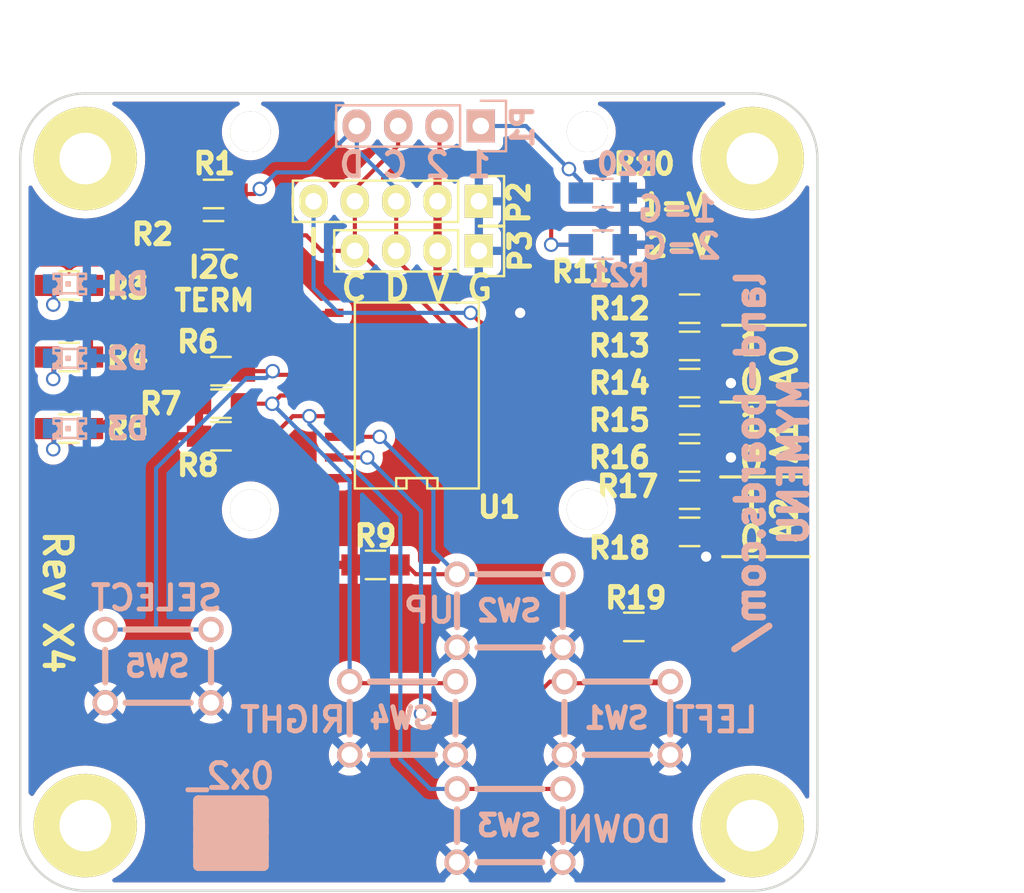
<source format=kicad_pcb>
(kicad_pcb (version 20211014) (generator pcbnew)
  (layers (0 "F.Cu" signal) (31 "B.Cu" signal) (36 "B.SilkS" user "B.Silkscreen") (37 "F.SilkS" user "F.Silkscreen") (38 "B.Mask" user) (39 "F.Mask" user) (44 "Edge.Cuts" user))
  (net 0 "")
  (net 1 "/A0")
  (net 2 "/A1")
  (net 3 "/A2")
  (net 4 "/GND")
  (net 5 "/SCL")
  (net 6 "/SDA")
  (net 7 "/VCC")
  (net 8 "Net-(D1-Pad1)")
  (net 9 "Net-(D2-Pad1)")
  (net 10 "Net-(D3-Pad1)")
  (net 11 "Net-(R12-Pad2)")
  (net 12 "Net-(R3-Pad1)")
  (net 13 "Net-(R4-Pad1)")
  (net 14 "Net-(R5-Pad1)")
  (net 15 "Net-(R6-Pad2)")
  (net 16 "Net-(R7-Pad2)")
  (net 17 "Net-(R8-Pad2)")
  (net 18 "Net-(R9-Pad2)")
  (net 19 "Net-(R19-Pad2)")
  (net 20 "Net-(P1-Pad1)")
  (net 21 "Net-(P1-Pad2)")
  (net 30 "/INT*")
  (footprint "MTG-4-40" (layer "F.Cu") (at 45 45)
    (fp_text reference "MTG4" hide)
    (fp_text value "CONN_1" hide)
    (pad "1" thru_hole circle locked (at 0 0) (size 6.35 6.35) (drill 3.175) (layers *.Cu *.Mask "F.SilkS"))
  )
  (footprint "MTG-4-40" (layer "F.Cu") (at 4 45)
    (fp_text reference "MTG3" hide)
    (fp_text value "CONN_1" hide)
    (pad "1" thru_hole circle locked (at 0 0) (size 6.35 6.35) (drill 3.175) (layers *.Cu *.Mask "F.SilkS"))
  )
  (footprint "MTG-4-40" (layer "F.Cu") (at 44 5)
    (fp_text reference "MTG2" hide)
    (fp_text value "CONN_1" hide)
    (pad "1" thru_hole circle locked (at 1 -1) (size 6.35 6.35) (drill 3.175) (layers *.Cu *.Mask "F.SilkS"))
  )
  (footprint "MTG-4-40" (layer "F.Cu") (at 4 4)
    (fp_text reference "MTG1" hide)
    (fp_text value "CONN_1" hide)
    (pad "1" thru_hole circle locked (at 0 0) (size 6.35 6.35) (drill 3.175) (layers *.Cu *.Mask "F.SilkS"))
  )
  (footprint "MTG-2.5MM" (layer "F.Cu") (at 34.85 26.55)
    (fp_text reference "MTG5" hide)
    (fp_text value "CONN_1" hide)
    (pad "1" thru_hole circle locked (at 0 -1) (size 2.5 2.5) (drill 2.49936) (layers *.Cu *.Mask "F.SilkS"))
  )
  (footprint "MTG-2.5MM" (layer "F.Cu") (at 14.15 26.6)
    (fp_text reference "MTG6" hide)
    (fp_text value "CONN_1" hide)
    (pad "1" thru_hole circle locked (at 0 -1) (size 2.5 2.5) (drill 2.49936) (layers *.Cu *.Mask "F.SilkS"))
  )
  (footprint "MTG-2.5MM" (layer "F.Cu") (at 34.85 3.55)
    (fp_text reference "MTG7" hide)
    (fp_text value "CONN_1" hide)
    (pad "1" thru_hole circle locked (at 0 -1.2) (size 2.5 2.5) (drill 2.49936) (layers *.Cu *.Mask "F.SilkS"))
  )
  (footprint "MTG-2.5MM" (layer "F.Cu") (at 14.15 3.55)
    (fp_text reference "MTG8" hide)
    (fp_text value "CONN_1" hide)
    (pad "1" thru_hole circle locked (at 0 -1.2) (size 2.5 2.5) (drill 2.49936) (layers *.Cu *.Mask "F.SilkS"))
  )
  (footprint "Resistors_SMD:R_0805_HandSoldering" (layer "F.Cu") (at 35.81 6.12 180)
    (fp_text reference "R10" (at -2.54 1.778 180) (layer "F.SilkS") (effects (font (size 1.27 1.27) (thickness 0.381))))
    (fp_text value "0/OP" hide)
    (pad "1" smd rect locked (at -1.35 0 180) (size 1.5 1.3) (layers "F.Cu" "F.Mask") (net 7 "/VCC"))
    (pad "2" smd rect locked (at 1.35 0 180) (size 1.5 1.3) (layers "F.Cu" "F.Mask") (net 20 "Net-(P1-Pad1)"))
  )
  (footprint "Resistors_SMD:R_0805_HandSoldering" (layer "F.Cu") (at 35.81 9.295 180)
    (fp_text reference "R11" (at 1.27 -1.651 180) (layer "F.SilkS") (effects (font (size 1.27 1.27) (thickness 0.381))))
    (fp_text value "0/OP" hide)
    (pad "1" smd rect locked (at -1.35 0 180) (size 1.5 1.3) (layers "F.Cu" "F.Mask") (net 7 "/VCC"))
    (pad "2" smd rect locked (at 1.35 0 180) (size 1.5 1.3) (layers "F.Cu" "F.Mask") (net 21 "Net-(P1-Pad2)"))
  )
  (footprint "Pin_Headers:Pin_Header_Straight_1x05" (layer "F.Cu") (at 28.19 6.628 -90)
    (fp_text reference "P2" (at 0.082 -2.45 -90) (layer "F.SilkS") (effects (font (size 1.27 1.27) (thickness 0.381))))
    (fp_text value "CONN_5" hide)
    (pad "1" thru_hole rect locked (at 0 0 270) (size 2.032 1.7272) (drill 1.016) (layers *.Cu *.Mask "F.SilkS") (net 4 "/GND"))
    (pad "2" thru_hole oval locked (at 0 2.54 270) (size 2.032 1.7272) (drill 1.016) (layers *.Cu *.Mask "F.SilkS") (net 7 "/VCC"))
    (pad "3" thru_hole oval locked (at 0 5.08 270) (size 2.032 1.7272) (drill 1.016) (layers *.Cu *.Mask "F.SilkS") (net 6 "/SDA"))
    (pad "4" thru_hole oval locked (at 0 7.62 270) (size 2.032 1.7272) (drill 1.016) (layers *.Cu *.Mask "F.SilkS") (net 5 "/SCL"))
    (pad "5" thru_hole oval locked (at 0 10.16 270) (size 2.032 1.7272) (drill 1.016) (layers *.Cu *.Mask "F.SilkS") (net 30 "/INT*"))
  )
  (footprint "Resistors_SMD:R_0805_HandSoldering" (layer "F.Cu") (at 41.144 13.232 180)
    (fp_text reference "R12" (at 4.314 0 180) (layer "F.SilkS") (effects (font (size 1.27 1.27) (thickness 0.381))))
    (fp_text value "10K" hide)
    (pad "1" smd rect locked (at -1.35 0 180) (size 1.5 1.3) (layers "F.Cu" "F.Mask") (net 7 "/VCC"))
    (pad "2" smd rect locked (at 1.35 0 180) (size 1.5 1.3) (layers "F.Cu" "F.Mask") (net 11 "Net-(R12-Pad2)"))
  )
  (footprint "Resistors_SMD:R_0805_HandSoldering" (layer "F.Cu") (at 41.144 15.518 180)
    (fp_text reference "R13" (at 4.314 0 180) (layer "F.SilkS") (effects (font (size 1.27 1.27) (thickness 0.381))))
    (fp_text value "DNP" hide)
    (pad "1" smd rect locked (at -1.35 0 180) (size 1.5 1.3) (layers "F.Cu" "F.Mask") (net 7 "/VCC"))
    (pad "2" smd rect locked (at 1.35 0 180) (size 1.5 1.3) (layers "F.Cu" "F.Mask") (net 1 "/A0"))
  )
  (footprint "Resistors_SMD:R_0805_HandSoldering" (layer "F.Cu") (at 41.144 20.09 180)
    (fp_text reference "R15" (at 4.314 0 180) (layer "F.SilkS") (effects (font (size 1.27 1.27) (thickness 0.381))))
    (fp_text value "DNP" hide)
    (pad "1" smd rect locked (at -1.35 0 180) (size 1.5 1.3) (layers "F.Cu" "F.Mask") (net 7 "/VCC"))
    (pad "2" smd rect locked (at 1.35 0 180) (size 1.5 1.3) (layers "F.Cu" "F.Mask") (net 2 "/A1"))
  )
  (footprint "Resistors_SMD:R_0805_HandSoldering" (layer "F.Cu") (at 41.144 24.662 180)
    (fp_text reference "R17" (at 3.81 0.508 180) (layer "F.SilkS") (effects (font (size 1.27 1.27) (thickness 0.381))))
    (fp_text value "DNP" hide)
    (pad "1" smd rect locked (at -1.35 0 180) (size 1.5 1.3) (layers "F.Cu" "F.Mask") (net 7 "/VCC"))
    (pad "2" smd rect locked (at 1.35 0 180) (size 1.5 1.3) (layers "F.Cu" "F.Mask") (net 3 "/A2"))
  )
  (footprint "Resistors_SMD:R_0805_HandSoldering" (layer "F.Cu") (at 11.884 6.18)
    (fp_text reference "R1" (at 0.05 -1.862) (layer "F.SilkS") (effects (font (size 1.27 1.27) (thickness 0.381))))
    (fp_text value "2.2K" hide)
    (pad "1" smd rect locked (at -1.35 0) (size 1.5 1.3) (layers "F.Cu" "F.Mask") (net 7 "/VCC"))
    (pad "2" smd rect locked (at 1.35 0) (size 1.5 1.3) (layers "F.Cu" "F.Mask") (net 6 "/SDA"))
  )
  (footprint "Resistors_SMD:R_0805_HandSoldering" (layer "F.Cu") (at 11.884 8.72)
    (fp_text reference "R2" (at -3.756 -0.06) (layer "F.SilkS") (effects (font (size 1.27 1.27) (thickness 0.381))))
    (fp_text value "2.2K" hide)
    (pad "1" smd rect locked (at -1.35 0) (size 1.5 1.3) (layers "F.Cu" "F.Mask") (net 7 "/VCC"))
    (pad "2" smd rect locked (at 1.35 0) (size 1.5 1.3) (layers "F.Cu" "F.Mask") (net 5 "/SCL"))
  )
  (footprint "Resistors_SMD:R_0805_HandSoldering" (layer "F.Cu") (at 3 20.6 180)
    (fp_text reference "R5" (at -3.6 0.002 180) (layer "F.SilkS") (effects (font (size 1.27 1.27) (thickness 0.381))))
    (fp_text value "330" hide)
    (pad "1" smd rect locked (at -1.35 0 180) (size 1.5 1.3) (layers "F.Cu" "F.Mask") (net 14 "Net-(R5-Pad1)"))
    (pad "2" smd rect locked (at 1.35 0 180) (size 1.5 1.3) (layers "F.Cu" "F.Mask") (net 10 "Net-(D3-Pad1)"))
  )
  (footprint "Resistors_SMD:R_0805_HandSoldering" (layer "F.Cu") (at 3 16.2 180)
    (fp_text reference "R4" (at -3.6 -0.08 180) (layer "F.SilkS") (effects (font (size 1.27 1.27) (thickness 0.381))))
    (fp_text value "330" hide)
    (pad "1" smd rect locked (at -1.35 0 180) (size 1.5 1.3) (layers "F.Cu" "F.Mask") (net 13 "Net-(R4-Pad1)"))
    (pad "2" smd rect locked (at 1.35 0 180) (size 1.5 1.3) (layers "F.Cu" "F.Mask") (net 9 "Net-(D2-Pad1)"))
  )
  (footprint "Resistors_SMD:R_0805_HandSoldering" (layer "F.Cu") (at 3 11.8 180)
    (fp_text reference "R3" (at -3.6 -0.162 180) (layer "F.SilkS") (effects (font (size 1.27 1.27) (thickness 0.381))))
    (fp_text value "330" hide)
    (pad "1" smd rect locked (at -1.35 0 180) (size 1.5 1.3) (layers "F.Cu" "F.Mask") (net 12 "Net-(R3-Pad1)"))
    (pad "2" smd rect locked (at 1.35 0 180) (size 1.5 1.3) (layers "F.Cu" "F.Mask") (net 8 "Net-(D1-Pad1)"))
  )
  (footprint "Resistors_SMD:R_0805_HandSoldering" (layer "F.Cu") (at 12.34 17.07)
    (fp_text reference "R6" (at -1.418 -1.806) (layer "F.SilkS") (effects (font (size 1.27 1.27) (thickness 0.381))))
    (fp_text value "10K" hide)
    (pad "1" smd rect locked (at -1.35 0) (size 1.5 1.3) (layers "F.Cu" "F.Mask") (net 7 "/VCC"))
    (pad "2" smd rect locked (at 1.35 0) (size 1.5 1.3) (layers "F.Cu" "F.Mask") (net 15 "Net-(R6-Pad2)"))
  )
  (footprint "Resistors_SMD:R_0805_HandSoldering" (layer "F.Cu") (at 12.34 19.07)
    (fp_text reference "R7" (at -3.708 0.004) (layer "F.SilkS") (effects (font (size 1.27 1.27) (thickness 0.381))))
    (fp_text value "10K" hide)
    (pad "1" smd rect locked (at -1.35 0) (size 1.5 1.3) (layers "F.Cu" "F.Mask") (net 7 "/VCC"))
    (pad "2" smd rect locked (at 1.35 0) (size 1.5 1.3) (layers "F.Cu" "F.Mask") (net 16 "Net-(R7-Pad2)"))
  )
  (footprint "Resistors_SMD:R_0805_HandSoldering" (layer "F.Cu") (at 12.34 21.07)
    (fp_text reference "R8" (at -1.418 1.79) (layer "F.SilkS") (effects (font (size 1.27 1.27) (thickness 0.381))))
    (fp_text value "10K" hide)
    (pad "1" smd rect locked (at -1.35 0) (size 1.5 1.3) (layers "F.Cu" "F.Mask") (net 7 "/VCC"))
    (pad "2" smd rect locked (at 1.35 0) (size 1.5 1.3) (layers "F.Cu" "F.Mask") (net 17 "Net-(R8-Pad2)"))
  )
  (footprint "Resistors_SMD:R_0805_HandSoldering" (layer "F.Cu") (at 21.84 28.98)
    (fp_text reference "R9" (at 0 -1.778) (layer "F.SilkS") (effects (font (size 1.27 1.27) (thickness 0.381))))
    (fp_text value "10K" hide)
    (pad "1" smd rect locked (at -1.35 0) (size 1.5 1.3) (layers "F.Cu" "F.Mask") (net 7 "/VCC"))
    (pad "2" smd rect locked (at 1.35 0) (size 1.5 1.3) (layers "F.Cu" "F.Mask") (net 18 "Net-(R9-Pad2)"))
  )
  (footprint "Resistors_SMD:R_0805_HandSoldering" (layer "F.Cu") (at 37.715 32.79 180)
    (fp_text reference "R19" (at -0.127 1.778 180) (layer "F.SilkS") (effects (font (size 1.27 1.27) (thickness 0.381))))
    (fp_text value "10K" hide)
    (pad "1" smd rect locked (at -1.35 0 180) (size 1.5 1.3) (layers "F.Cu" "F.Mask") (net 7 "/VCC"))
    (pad "2" smd rect locked (at 1.35 0 180) (size 1.5 1.3) (layers "F.Cu" "F.Mask") (net 19 "Net-(R19-Pad2)"))
  )
  (footprint "Resistors_SMD:R_0805_HandSoldering" (layer "F.Cu") (at 41.144 17.804)
    (fp_text reference "R14" (at -4.314 0) (layer "F.SilkS") (effects (font (size 1.27 1.27) (thickness 0.381))))
    (fp_text value "0" hide)
    (pad "1" smd rect locked (at -1.35 0) (size 1.5 1.3) (layers "F.Cu" "F.Mask") (net 1 "/A0"))
    (pad "2" smd rect locked (at 1.35 0) (size 1.5 1.3) (layers "F.Cu" "F.Mask") (net 4 "/GND"))
  )
  (footprint "Resistors_SMD:R_0805_HandSoldering" (layer "F.Cu") (at 41.144 22.376)
    (fp_text reference "R16" (at -4.314 0) (layer "F.SilkS") (effects (font (size 1.27 1.27) (thickness 0.381))))
    (fp_text value "0" hide)
    (pad "1" smd rect locked (at -1.35 0) (size 1.5 1.3) (layers "F.Cu" "F.Mask") (net 2 "/A1"))
    (pad "2" smd rect locked (at 1.35 0) (size 1.5 1.3) (layers "F.Cu" "F.Mask") (net 4 "/GND"))
  )
  (footprint "Resistors_SMD:R_0805_HandSoldering" (layer "F.Cu") (at 41.144 26.948)
    (fp_text reference "R18" (at -4.314 0.992) (layer "F.SilkS") (effects (font (size 1.27 1.27) (thickness 0.381))))
    (fp_text value "0" hide)
    (pad "1" smd rect locked (at -1.35 0) (size 1.5 1.3) (layers "F.Cu" "F.Mask") (net 3 "/A2"))
    (pad "2" smd rect locked (at 1.35 0) (size 1.5 1.3) (layers "F.Cu" "F.Mask") (net 4 "/GND"))
  )
  (footprint "dougsLib:SO18W" (layer "F.Cu") (at 24.38 18.566 90)
    (fp_text reference "U1" (at -6.862 5.06 180) (layer "F.SilkS") (effects (font (size 1.27 1.27) (thickness 0.381))))
    (fp_text value "MCP23008SO" hide)
    (pad "1" smd rect locked (at -5.08 5.08 90) (size 0.508 1.143) (layers "F.Cu" "F.Mask") (net 5 "/SCL"))
    (pad "2" smd rect locked (at -3.81 5.08 90) (size 0.508 1.143) (layers "F.Cu" "F.Mask") (net 6 "/SDA"))
    (pad "3" smd rect locked (at -2.54 5.08 90) (size 0.508 1.143) (layers "F.Cu" "F.Mask") (net 3 "/A2"))
    (pad "4" smd rect locked (at -1.27 5.08 90) (size 0.508 1.143) (layers "F.Cu" "F.Mask") (net 2 "/A1"))
    (pad "5" smd rect locked (at 0 5.08 90) (size 0.508 1.143) (layers "F.Cu" "F.Mask") (net 1 "/A0"))
    (pad "6" smd rect locked (at 1.27 5.08 90) (size 0.508 1.143) (layers "F.Cu" "F.Mask") (net 11 "Net-(R12-Pad2)"))
    (pad "7" smd rect locked (at 2.54 5.08 90) (size 0.508 1.143) (layers "F.Cu" "F.Mask"))
    (pad "8" smd rect locked (at 3.81 5.08 90) (size 0.508 1.143) (layers "F.Cu" "F.Mask") (net 30 "/INT*"))
    (pad "9" smd rect locked (at 5.08 5.08 90) (size 0.508 1.143) (layers "F.Cu" "F.Mask") (net 4 "/GND"))
    (pad "10" smd rect locked (at 5.08 -5.08 90) (size 0.508 1.143) (layers "F.Cu" "F.Mask") (net 12 "Net-(R3-Pad1)"))
    (pad "11" smd rect locked (at 3.81 -5.08 90) (size 0.508 1.143) (layers "F.Cu" "F.Mask") (net 13 "Net-(R4-Pad1)"))
    (pad "12" smd rect locked (at 2.54 -5.08 90) (size 0.508 1.143) (layers "F.Cu" "F.Mask") (net 14 "Net-(R5-Pad1)"))
    (pad "13" smd rect locked (at 1.27 -5.08 90) (size 0.508 1.143) (layers "F.Cu" "F.Mask") (net 15 "Net-(R6-Pad2)"))
    (pad "14" smd rect locked (at 0 -5.08 90) (size 0.508 1.143) (layers "F.Cu" "F.Mask") (net 16 "Net-(R7-Pad2)"))
    (pad "15" smd rect locked (at -1.27 -5.08 90) (size 0.508 1.143) (layers "F.Cu" "F.Mask") (net 17 "Net-(R8-Pad2)"))
    (pad "16" smd rect locked (at -2.54 -5.08 90) (size 0.508 1.143) (layers "F.Cu" "F.Mask") (net 18 "Net-(R9-Pad2)"))
    (pad "17" smd rect locked (at -3.81 -5.08 90) (size 0.508 1.143) (layers "F.Cu" "F.Mask") (net 19 "Net-(R19-Pad2)"))
    (pad "18" smd rect locked (at -5.08 -5.08 90) (size 0.508 1.143) (layers "F.Cu" "F.Mask") (net 7 "/VCC"))
  )
  (footprint "Pin_Headers:Pin_Header_Straight_1x04" (layer "F.Cu") (at 28.19 9.676 -90)
    (fp_text reference "P3" (at 0 -2.54 -90) (layer "F.SilkS") (effects (font (size 1.27 1.27) (thickness 0.381))))
    (fp_text value "CONN_4" hide)
    (pad "1" thru_hole rect locked (at 0 0 270) (size 2.032 1.7272) (drill 1.016) (layers *.Cu *.Mask "F.SilkS") (net 4 "/GND"))
    (pad "2" thru_hole oval locked (at 0 2.54 270) (size 2.032 1.7272) (drill 1.016) (layers *.Cu *.Mask "F.SilkS") (net 7 "/VCC"))
    (pad "3" thru_hole oval locked (at 0 5.08 270) (size 2.032 1.7272) (drill 1.016) (layers *.Cu *.Mask "F.SilkS") (net 6 "/SDA"))
    (pad "4" thru_hole oval locked (at 0 7.62 270) (size 2.032 1.7272) (drill 1.016) (layers *.Cu *.Mask "F.SilkS") (net 5 "/SCL"))
  )
  (footprint "LandBoards_Marking:TEST_BLK-REAR" (layer "F.Cu") (at 12.954 45.466)
    (fp_text reference "0x2_" (at 0 -3.5) (layer "B.SilkS") (effects (font (size 1.524 1.524) (thickness 0.3048)) (justify mirror)))
    (fp_text value "VAL**" hide)
  )
  (footprint "Resistors_SMD:R_0805_HandSoldering" (layer "B.Cu") (at 35.81 6.12)
    (fp_text reference "R20" (at 1.524 -1.778) (layer "B.SilkS") (effects (font (size 1.27 1.27) (thickness 0.381)) (justify mirror)))
    (fp_text value "0/OP" hide)
    (pad "1" smd rect locked (at -1.35 0) (size 1.5 1.3) (layers "B.Cu" "B.Mask") (net 20 "Net-(P1-Pad1)"))
    (pad "2" smd rect locked (at 1.35 0) (size 1.5 1.3) (layers "B.Cu" "B.Mask") (net 4 "/GND"))
  )
  (footprint "Resistors_SMD:R_0805_HandSoldering" (layer "B.Cu") (at 35.81 9.295)
    (fp_text reference "R21" (at 1.016 1.905) (layer "B.SilkS") (effects (font (size 1.27 1.27) (thickness 0.381)) (justify mirror)))
    (fp_text value "0/OP" hide)
    (pad "1" smd rect locked (at -1.35 0) (size 1.5 1.3) (layers "B.Cu" "B.Mask") (net 21 "Net-(P1-Pad2)"))
    (pad "2" smd rect locked (at 1.35 0) (size 1.5 1.3) (layers "B.Cu" "B.Mask") (net 4 "/GND"))
  )
  (footprint "Pin_Headers:Pin_Header_Straight_1x04" (layer "B.Cu") (at 28.31 2 90)
    (fp_text reference "P1" (at -0.056 2.5724 90) (layer "B.SilkS") (effects (font (size 1.27 1.27) (thickness 0.381)) (justify mirror)))
    (fp_text value "CONN_4" hide)
    (pad "1" thru_hole rect locked (at 0 0 90) (size 2.032 1.7272) (drill 1.016) (layers *.Cu *.Mask "B.SilkS") (net 20 "Net-(P1-Pad1)"))
    (pad "2" thru_hole oval locked (at 0 -2.54 90) (size 2.032 1.7272) (drill 1.016) (layers *.Cu *.Mask "B.SilkS") (net 21 "Net-(P1-Pad2)"))
    (pad "3" thru_hole oval locked (at 0 -5.08 90) (size 2.032 1.7272) (drill 1.016) (layers *.Cu *.Mask "B.SilkS") (net 5 "/SCL"))
    (pad "4" thru_hole oval locked (at 0 -7.62 90) (size 2.032 1.7272) (drill 1.016) (layers *.Cu *.Mask "B.SilkS") (net 6 "/SDA"))
  )
  (footprint "dougsLib:SW-PB-6MM" (layer "B.Cu") (at 36.7 38.4 180)
    (fp_text reference "SW1" (at 0.0508 0 180) (layer "B.SilkS") (effects (font (size 1.27 1.27) (thickness 0.381)) (justify mirror)))
    (fp_text value "SW_PUSH_OMRON" hide)
    (pad "1" thru_hole circle locked (at -3.2512 2.25044 180) (size 1.5494 1.5494) (drill 1.00076) (layers *.Cu *.Mask "B.SilkS") (net 19 "Net-(R19-Pad2)"))
    (pad "2" thru_hole circle locked (at 3.2512 2.25044 180) (size 1.5494 1.5494) (drill 1.00076) (layers *.Cu *.Mask "B.SilkS") (net 19 "Net-(R19-Pad2)"))
    (pad "3" thru_hole circle locked (at -3.2512 -2.25044 180) (size 1.5494 1.5494) (drill 1.00076) (layers *.Cu *.Mask "B.SilkS") (net 4 "/GND"))
    (pad "4" thru_hole circle locked (at 3.2512 -2.25044 180) (size 1.5494 1.5494) (drill 1.00076) (layers *.Cu *.Mask "B.SilkS") (net 4 "/GND"))
  )
  (footprint "dougsLib:SW-PB-6MM" (layer "B.Cu") (at 30.1 31.8 180)
    (fp_text reference "SW2" (at 0.0508 0 180) (layer "B.SilkS") (effects (font (size 1.27 1.27) (thickness 0.381)) (justify mirror)))
    (fp_text value "SW_PUSH_OMRON" hide)
    (pad "1" thru_hole circle locked (at -3.2512 2.25044 180) (size 1.5494 1.5494) (drill 1.00076) (layers *.Cu *.Mask "B.SilkS") (net 18 "Net-(R9-Pad2)"))
    (pad "2" thru_hole circle locked (at 3.2512 2.25044 180) (size 1.5494 1.5494) (drill 1.00076) (layers *.Cu *.Mask "B.SilkS") (net 18 "Net-(R9-Pad2)"))
    (pad "3" thru_hole circle locked (at -3.2512 -2.25044 180) (size 1.5494 1.5494) (drill 1.00076) (layers *.Cu *.Mask "B.SilkS") (net 4 "/GND"))
    (pad "4" thru_hole circle locked (at 3.2512 -2.25044 180) (size 1.5494 1.5494) (drill 1.00076) (layers *.Cu *.Mask "B.SilkS") (net 4 "/GND"))
  )
  (footprint "dougsLib:SW-PB-6MM" (layer "B.Cu") (at 30.1 45 180)
    (fp_text reference "SW3" (at 0.0508 0 180) (layer "B.SilkS") (effects (font (size 1.27 1.27) (thickness 0.381)) (justify mirror)))
    (fp_text value "SW_PUSH_OMRON" hide)
    (pad "1" thru_hole circle locked (at -3.2512 2.25044 180) (size 1.5494 1.5494) (drill 1.00076) (layers *.Cu *.Mask "B.SilkS") (net 17 "Net-(R8-Pad2)"))
    (pad "2" thru_hole circle locked (at 3.2512 2.25044 180) (size 1.5494 1.5494) (drill 1.00076) (layers *.Cu *.Mask "B.SilkS") (net 17 "Net-(R8-Pad2)"))
    (pad "3" thru_hole circle locked (at -3.2512 -2.25044 180) (size 1.5494 1.5494) (drill 1.00076) (layers *.Cu *.Mask "B.SilkS") (net 4 "/GND"))
    (pad "4" thru_hole circle locked (at 3.2512 -2.25044 180) (size 1.5494 1.5494) (drill 1.00076) (layers *.Cu *.Mask "B.SilkS") (net 4 "/GND"))
  )
  (footprint "dougsLib:SW-PB-6MM" (layer "B.Cu") (at 23.5 38.4 180)
    (fp_text reference "SW4" (at 0.0508 0 180) (layer "B.SilkS") (effects (font (size 1.27 1.27) (thickness 0.381)) (justify mirror)))
    (fp_text value "SW_PUSH_OMRON" hide)
    (pad "1" thru_hole circle locked (at -3.2512 2.25044 180) (size 1.5494 1.5494) (drill 1.00076) (layers *.Cu *.Mask "B.SilkS") (net 16 "Net-(R7-Pad2)"))
    (pad "2" thru_hole circle locked (at 3.2512 2.25044 180) (size 1.5494 1.5494) (drill 1.00076) (layers *.Cu *.Mask "B.SilkS") (net 16 "Net-(R7-Pad2)"))
    (pad "3" thru_hole circle locked (at -3.2512 -2.25044 180) (size 1.5494 1.5494) (drill 1.00076) (layers *.Cu *.Mask "B.SilkS") (net 4 "/GND"))
    (pad "4" thru_hole circle locked (at 3.2512 -2.25044 180) (size 1.5494 1.5494) (drill 1.00076) (layers *.Cu *.Mask "B.SilkS") (net 4 "/GND"))
  )
  (footprint "dougsLib:SW-PB-6MM" (layer "B.Cu") (at 8.476 35.2 180)
    (fp_text reference "SW5" (at 0.0508 0 180) (layer "B.SilkS") (effects (font (size 1.27 1.27) (thickness 0.381)) (justify mirror)))
    (fp_text value "SW_PUSH_OMRON" hide)
    (pad "1" thru_hole circle locked (at -3.2512 2.25044 180) (size 1.5494 1.5494) (drill 1.00076) (layers *.Cu *.Mask "B.SilkS") (net 15 "Net-(R6-Pad2)"))
    (pad "2" thru_hole circle locked (at 3.2512 2.25044 180) (size 1.5494 1.5494) (drill 1.00076) (layers *.Cu *.Mask "B.SilkS") (net 15 "Net-(R6-Pad2)"))
    (pad "3" thru_hole circle locked (at -3.2512 -2.25044 180) (size 1.5494 1.5494) (drill 1.00076) (layers *.Cu *.Mask "B.SilkS") (net 4 "/GND"))
    (pad "4" thru_hole circle locked (at 3.2512 -2.25044 180) (size 1.5494 1.5494) (drill 1.00076) (layers *.Cu *.Mask "B.SilkS") (net 4 "/GND"))
  )
  (footprint "LEDs:LED-0805" (layer "B.Cu") (at 3.044 11.708)
    (fp_text reference "D1" (at 3.56 0) (layer "B.SilkS") (effects (font (size 1.27 1.27) (thickness 0.381)) (justify mirror)))
    (fp_text value "LED" hide)
    (pad "1" smd rect locked (at -1.04902 0 180) (size 1.19888 1.19888) (layers "B.Cu" "B.Mask") (net 8 "Net-(D1-Pad1)"))
    (pad "2" smd rect locked (at 1.04902 0 180) (size 1.19888 1.19888) (layers "B.Cu" "B.Mask") (net 4 "/GND"))
  )
  (footprint "LEDs:LED-0805" (layer "B.Cu") (at 3.044 16.28)
    (fp_text reference "D2" (at 3.556 0) (layer "B.SilkS") (effects (font (size 1.27 1.27) (thickness 0.381)) (justify mirror)))
    (fp_text value "LED" hide)
    (pad "1" smd rect locked (at -1.04902 0 180) (size 1.19888 1.19888) (layers "B.Cu" "B.Mask") (net 9 "Net-(D2-Pad1)"))
    (pad "2" smd rect locked (at 1.04902 0 180) (size 1.19888 1.19888) (layers "B.Cu" "B.Mask") (net 4 "/GND"))
  )
  (footprint "LEDs:LED-0805" (layer "B.Cu") (at 3.044 20.598)
    (fp_text reference "D3" (at 3.56 0) (layer "B.SilkS") (effects (font (size 1.27 1.27) (thickness 0.381)) (justify mirror)))
    (fp_text value "LED" hide)
    (pad "1" smd rect locked (at -1.04902 0 180) (size 1.19888 1.19888) (layers "B.Cu" "B.Mask") (net 10 "Net-(D3-Pad1)"))
    (pad "2" smd rect locked (at 1.04902 0 180) (size 1.19888 1.19888) (layers "B.Cu" "B.Mask") (net 4 "/GND"))
  )
  (gr_line (start 43.054 23.57) (end 48.454 23.57) (layer "F.SilkS") (width 0.2))
  (gr_line (start 43.176 28.472) (end 48.51 28.472) (layer "F.SilkS") (width 0.2))
  (gr_line (start 43.054 18.97) (end 48.354 18.97) (layer "F.SilkS") (width 0.2))
  (gr_line (start 43.176 14.248) (end 48.256 14.248) (layer "F.SilkS") (width 0.2))
  (gr_arc (start 49 45) (mid 47.828427 47.828427) (end 45 49) (layer "Edge.Cuts") (width 0.15))
  (gr_line (start 49 45) (end 49 4) (layer "Edge.Cuts") (width 0.15))
  (gr_arc (start 4 49) (mid 1.171573 47.828427) (end 0 45) (layer "Edge.Cuts") (width 0.15))
  (gr_line (start 45 0) (end 4 0) (layer "Edge.Cuts") (width 0.15))
  (gr_line (start 0 4) (end 0 45) (layer "Edge.Cuts") (width 0.15))
  (gr_line (start 4 49) (end 45 49) (layer "Edge.Cuts") (width 0.15))
  (gr_arc (start 0 4) (mid 1.171573 1.171573) (end 4 0) (layer "Edge.Cuts") (width 0.15))
  (gr_arc (start 45 0) (mid 47.828427 1.171573) (end 49 4) (layer "Edge.Cuts") (width 0.15))
  (gr_text "1=G" (at 40.386 7.112) (layer "B.SilkS") (effects (font (size 1.5 1.5) (thickness 0.3)) (justify mirror)))
  (gr_text "UP" (at 25.142 31.774) (layer "B.SilkS") (effects (font (size 1.5 1.5) (thickness 0.3)) (justify mirror)))
  (gr_text "SELECT" (at 8.378 31.012) (layer "B.SilkS") (effects (font (size 1.5 1.5) (thickness 0.3)) (justify mirror)))
  (gr_text "1 2 C D" (at 24.2784 4.3928) (layer "B.SilkS") (effects (font (size 1.5 1.5) (thickness 0.3)) (justify mirror)))
  (gr_text "2=G" (at 40.64 9.398) (layer "B.SilkS") (effects (font (size 1.5 1.5) (thickness 0.3)) (justify mirror)))
  (gr_text "DOWN" (at 36.826 45.236) (layer "B.SilkS") (effects (font (size 1.5 1.5) (thickness 0.3)) (justify mirror)))
  (gr_text "RIGHT" (at 16.76 38.505) (layer "B.SilkS") (effects (font (size 1.5 1.5) (thickness 0.3)) (justify mirror)))
  (gr_text "LEFT" (at 42.795 38.505) (layer "B.SilkS") (effects (font (size 1.5 1.5) (thickness 0.3)) (justify mirror)))
  (gr_text "land-boards.com/\nMYMENU" (at 46.224 22.63 90) (layer "B.SilkS") (effects (font (size 1.651 1.651) (thickness 0.41275)) (justify mirror)))
  (gr_text "I2C\nTERM" (at 11.934 11.708) (layer "F.SilkS") (effects (font (size 1.27 1.27) (thickness 0.3))))
  (gr_text "1\n0" (at 44.954 26.186) (layer "F.SilkS") (effects (font (size 1.5 1.5) (thickness 0.3))))
  (gr_text "1=V" (at 40.132 6.858) (layer "F.SilkS") (effects (font (size 1.27 1.27) (thickness 0.3))))
  (gr_text "Rev X4" (at 2.282 31.266 270) (layer "F.SilkS") (effects (font (size 1.651 1.651) (thickness 0.3175))))
  (gr_text "A1" (at 46.986 21.36 90) (layer "F.SilkS") (effects (font (size 1.5 1.5) (thickness 0.3))))
  (gr_text "C D V G" (at 24.38 11.962) (layer "F.SilkS") (effects (font (size 1.5 1.5) (thickness 0.3))))
  (gr_text "1\n0" (at 44.954 21.36) (layer "F.SilkS") (effects (font (size 1.5 1.5) (thickness 0.3))))
  (gr_text "I" (at 18.03 9.168) (layer "F.SilkS") (effects (font (size 1.5 1.5) (thickness 0.3))))
  (gr_text "A0" (at 46.986 16.788 90) (layer "F.SilkS") (effects (font (size 1.5 1.5) (thickness 0.3))))
  (gr_text "1\n0" (at 44.954 16.534) (layer "F.SilkS") (effects (font (size 1.5 1.5) (thickness 0.3))))
  (gr_text "A2" (at 46.986 26.186 90) (layer "F.SilkS") (effects (font (size 1.5 1.5) (thickness 0.3))))
  (gr_text "2=V" (at 38.354 9.398) (layer "F.SilkS") (effects (font (size 1.27 1.27) (thickness 0.3)) (justify left)))
  (segment (start 37.334 17.804) (end 39.794 17.804) (width 0.254) (layer "F.Cu") (net 1))
  (segment (start 36.572 18.566) (end 37.842 17.296) (width 0.254) (layer "F.Cu") (net 1))
  (segment (start 37.842 17.296) (end 37.842 16.026) (width 0.254) (layer "F.Cu") (net 1))
  (segment (start 37.842 16.026) (end 38.35 15.518) (width 0.254) (layer "F.Cu") (net 1))
  (segment (start 38.35 15.518) (end 39.794 15.518) (width 0.254) (layer "F.Cu") (net 1))
  (segment (start 29.46 18.566) (end 36.572 18.566) (width 0.254) (layer "F.Cu") (net 1))
  (segment (start 37.588 19.836) (end 37.842 20.09) (width 0.254) (layer "F.Cu") (net 2))
  (segment (start 37.842 20.09) (end 39.794 20.09) (width 0.254) (layer "F.Cu") (net 2))
  (segment (start 38.604 22.376) (end 37.842 21.614) (width 0.254) (layer "F.Cu") (net 2))
  (segment (start 37.842 21.614) (end 37.842 20.09) (width 0.254) (layer "F.Cu") (net 2))
  (segment (start 39.794 22.376) (end 38.604 22.376) (width 0.254) (layer "F.Cu") (net 2))
  (segment (start 29.46 19.836) (end 37.588 19.836) (width 0.254) (layer "F.Cu") (net 2))
  (segment (start 38.858 24.662) (end 35.302 21.106) (width 0.254) (layer "F.Cu") (net 3))
  (segment (start 35.302 21.106) (end 29.46 21.106) (width 0.254) (layer "F.Cu") (net 3))
  (segment (start 40.1915 24.662) (end 39.112 24.662) (width 0.254) (layer "F.Cu") (net 3))
  (segment (start 39.794 24.662) (end 38.858 24.662) (width 0.254) (layer "F.Cu") (net 3))
  (segment (start 39.794 26.948) (end 39.794 24.662) (width 0.254) (layer "F.Cu") (net 3))
  (segment (start 42.0965 28.4085) (end 42.16 28.472) (width 0.254) (layer "F.Cu") (net 4))
  (segment (start 29.46 13.486) (end 30.73 13.486) (width 0.254) (layer "F.Cu") (net 4))
  (segment (start 42.494 17.804) (end 43.684 17.804) (width 0.254) (layer "F.Cu") (net 4))
  (segment (start 42.494 22.376) (end 43.684 22.376) (width 0.254) (layer "F.Cu") (net 4))
  (segment (start 42.0965 26.948) (end 42.0965 28.4085) (width 0.254) (layer "F.Cu") (net 4))
  (via (at 42.16 28.472) (size 0.889) (drill 0.635) (layers "F.Cu" "B.Cu") (net 4))
  (via (at 43.684 17.804) (size 0.889) (drill 0.635) (layers "F.Cu" "B.Cu") (net 4))
  (via (at 30.73 13.486) (size 0.889) (drill 0.635) (layers "F.Cu" "B.Cu") (net 4))
  (via (at 43.684 22.376) (size 0.889) (drill 0.635) (layers "F.Cu" "B.Cu") (net 4))
  (segment (start 20.57 5.866) (end 23.23 3.206) (width 0.254) (layer "F.Cu") (net 5))
  (segment (start 23.23 3.206) (end 23.23 2) (width 0.254) (layer "F.Cu") (net 5))
  (segment (start 20.824 9.676) (end 22.602 11.454) (width 0.254) (layer "F.Cu") (net 5))
  (segment (start 18.538 9.676) (end 17.582 8.72) (width 0.254) (layer "F.Cu") (net 5))
  (segment (start 17.582 8.72) (end 13.234 8.72) (width 0.254) (layer "F.Cu") (net 5))
  (segment (start 26.919998 15.009998) (end 23.364 11.454) (width 0.254) (layer "F.Cu") (net 5))
  (segment (start 23.364 11.454) (end 22.602 11.454) (width 0.254) (layer "F.Cu") (net 5))
  (segment (start 27.936 23.646) (end 26.919998 22.629998) (width 0.254) (layer "F.Cu") (net 5))
  (segment (start 26.919998 22.629998) (end 26.919998 15.009998) (width 0.254) (layer "F.Cu") (net 5))
  (segment (start 20.57 6.628) (end 20.57 5.866) (width 0.254) (layer "F.Cu") (net 5))
  (segment (start 29.46 23.646) (end 27.936 23.646) (width 0.254) (layer "F.Cu") (net 5))
  (segment (start 20.57 9.676) (end 20.57 6.628) (width 0.254) (layer "F.Cu") (net 5))
  (segment (start 18.538 9.676) (end 20.9256 9.676) (width 0.254) (layer "F.Cu") (net 5))
  (segment (start 23.11 10.438) (end 23.11 6.628) (width 0.254) (layer "F.Cu") (net 6))
  (segment (start 14.414 6.18) (end 14.728 5.866) (width 0.254) (layer "F.Cu") (net 6))
  (segment (start 27.428 14.502) (end 23.11 10.184) (width 0.254) (layer "F.Cu") (net 6))
  (segment (start 27.936 22.376) (end 27.428 21.868) (width 0.254) (layer "F.Cu") (net 6))
  (segment (start 27.428 21.868) (end 27.428 14.502) (width 0.254) (layer "F.Cu") (net 6))
  (segment (start 29.46 22.376) (end 27.936 22.376) (width 0.254) (layer "F.Cu") (net 6))
  (segment (start 13.234 6.18) (end 14.414 6.18) (width 0.254) (layer "F.Cu") (net 6))
  (via (at 14.728 5.866) (size 0.889) (drill 0.635) (layers "F.Cu" "B.Cu") (net 6))
  (segment (start 23.11 5.866) (end 20.69 3.446) (width 0.254) (layer "B.Cu") (net 6))
  (segment (start 20.69 3.446) (end 20.69 2) (width 0.254) (layer "B.Cu") (net 6))
  (segment (start 14.728 5.866) (end 15.744 4.85) (width 0.254) (layer "B.Cu") (net 6))
  (segment (start 15.744 4.85) (end 17.84 4.85) (width 0.254) (layer "B.Cu") (net 6))
  (segment (start 17.84 4.85) (end 20.69 2) (width 0.254) (layer "B.Cu") (net 6))
  (segment (start 23.11 6.628) (end 23.11 5.866) (width 0.254) (layer "B.Cu") (net 6))
  (segment (start 39.065 32.79) (end 39.065 32.235) (width 0.254) (layer "F.Cu") (net 7))
  (segment (start 2.028 12.978) (end 2.0475 12.9585) (width 0.254) (layer "F.Cu") (net 8))
  (segment (start 2.0475 12.9585) (end 2.0475 11.8) (width 0.254) (layer "F.Cu") (net 8))
  (via (at 2.028 12.978) (size 0.889) (drill 0.635) (layers "F.Cu" "B.Cu") (net 8))
  (segment (start 2.0915 12.9145) (end 2.028 12.978) (width 0.254) (layer "B.Cu") (net 8))
  (segment (start 2.0915 11.708) (end 2.0915 12.9145) (width 0.254) (layer "B.Cu") (net 8))
  (segment (start 2.0475 17.5305) (end 2.028 17.55) (width 0.254) (layer "F.Cu") (net 9))
  (segment (start 2.0475 16.2) (end 2.0475 17.5305) (width 0.254) (layer "F.Cu") (net 9))
  (via (at 2.028 17.55) (size 0.889) (drill 0.635) (layers "F.Cu" "B.Cu") (net 9))
  (segment (start 2.028 17.55) (end 2.0915 17.4865) (width 0.254) (layer "B.Cu") (net 9))
  (segment (start 2.0915 17.4865) (end 2.0915 16.28) (width 0.254) (layer "B.Cu") (net 9))
  (segment (start 2.028 21.868) (end 2.0475 21.8485) (width 0.254) (layer "F.Cu") (net 10))
  (segment (start 2.0475 21.8485) (end 2.0475 20.6) (width 0.254) (layer "F.Cu") (net 10))
  (via (at 2.028 21.868) (size 0.889) (drill 0.635) (layers "F.Cu" "B.Cu") (net 10))
  (segment (start 2.0915 21.8045) (end 2.028 21.868) (width 0.254) (layer "B.Cu") (net 10))
  (segment (start 2.0915 20.598) (end 2.0915 21.8045) (width 0.254) (layer "B.Cu") (net 10))
  (segment (start 34.032 17.296) (end 38.096 13.232) (width 0.254) (layer "F.Cu") (net 11))
  (segment (start 38.096 13.232) (end 39.794 13.232) (width 0.254) (layer "F.Cu") (net 11))
  (segment (start 29.46 17.296) (end 34.032 17.296) (width 0.254) (layer "F.Cu") (net 11))
  (segment (start 18.284 13.486) (end 16.598 11.8) (width 0.254) (layer "F.Cu") (net 12))
  (segment (start 16.598 11.8) (end 4.35 11.8) (width 0.254) (layer "F.Cu") (net 12))
  (segment (start 19.3 13.486) (end 18.284 13.486) (width 0.254) (layer "F.Cu") (net 12))
  (segment (start 18.538 14.756) (end 17.014 13.232) (width 0.254) (layer "F.Cu") (net 13))
  (segment (start 17.014 13.232) (end 5.584 13.232) (width 0.254) (layer "F.Cu") (net 13))
  (segment (start 5.584 13.232) (end 4.35 14.466) (width 0.254) (layer "F.Cu") (net 13))
  (segment (start 4.35 14.466) (end 4.35 16.2) (width 0.254) (layer "F.Cu") (net 13))
  (segment (start 19.3 14.756) (end 18.538 14.756) (width 0.254) (layer "F.Cu") (net 13))
  (segment (start 4.8 20.6) (end 6.4 19) (width 0.254) (layer "F.Cu") (net 14))
  (segment (start 6.4 15.6) (end 6.4 19) (width 0.254) (layer "F.Cu") (net 14))
  (segment (start 18.284 16.026) (end 17.014 14.756) (width 0.254) (layer "F.Cu") (net 14))
  (segment (start 17.014 14.756) (end 7.162424 14.756) (width 0.254) (layer "F.Cu") (net 14))
  (segment (start 7.162424 14.756) (end 6.359212 15.559212) (width 0.254) (layer "F.Cu") (net 14))
  (segment (start 6.359212 15.559212) (end 6.359212 15.640788) (width 0.254) (layer "F.Cu") (net 14))
  (segment (start 6.359212 15.640788) (end 6.4 15.6) (width 0.254) (layer "F.Cu") (net 14))
  (segment (start 5.074 20.6) (end 4.35 20.6) (width 0.254) (layer "F.Cu") (net 14))
  (segment (start 19.3 16.026) (end 18.284 16.026) (width 0.254) (layer "F.Cu") (net 14))
  (segment (start 3.9525 20.6) (end 4.8 20.6) (width 0.254) (layer "F.Cu") (net 14))
  (segment (start 15.744 17.296) (end 15.518 17.07) (width 0.254) (layer "F.Cu") (net 15))
  (segment (start 15.518 17.07) (end 13.69 17.07) (width 0.254) (layer "F.Cu") (net 15))
  (segment (start 19.3 17.296) (end 15.744 17.296) (width 0.254) (layer "F.Cu") (net 15))
  (via (at 15.518 17.07) (size 0.889) (drill 0.635) (layers "F.Cu" "B.Cu") (net 15))
  (segment (start 8.35 32.94956) (end 11.7272 32.94956) (width 0.254) (layer "B.Cu") (net 15))
  (segment (start 8.35 23.05) (end 13.908 17.492) (width 0.254) (layer "B.Cu") (net 15))
  (segment (start 15.518 17.07) (end 15.096 17.492) (width 0.254) (layer "B.Cu") (net 15))
  (segment (start 15.096 17.492) (end 13.908 17.492) (width 0.254) (layer "B.Cu") (net 15))
  (segment (start 5.2248 32.94956) (end 8.35 32.94956) (width 0.254) (layer "B.Cu") (net 15))
  (segment (start 8.35 32.94956) (end 8.35 23.05) (width 0.254) (layer "B.Cu") (net 15))
  (segment (start 15.486 19.07) (end 15.49 19.074) (width 0.254) (layer "F.Cu") (net 16))
  (segment (start 15.998 18.566) (end 15.49 19.074) (width 0.254) (layer "F.Cu") (net 16))
  (segment (start 20.3488 36.24956) (end 26.8512 36.24956) (width 0.254) (layer "F.Cu") (net 16))
  (segment (start 13.69 19.07) (end 15.486 19.07) (width 0.254) (layer "F.Cu") (net 16))
  (segment (start 19.3 18.566) (end 15.998 18.566) (width 0.254) (layer "F.Cu") (net 16))
  (via (at 15.49 19.074) (size 0.889) (drill 0.635) (layers "F.Cu" "B.Cu") (net 16))
  (segment (start 15.49 19.074) (end 20.2488 23.8328) (width 0.254) (layer "B.Cu") (net 16))
  (segment (start 20.2488 23.8328) (end 20.2488 36.14956) (width 0.254) (layer "B.Cu") (net 16))
  (segment (start 16.76 19.836) (end 15.526 21.07) (width 0.254) (layer "F.Cu") (net 17))
  (segment (start 15.526 21.07) (end 13.69 21.07) (width 0.254) (layer "F.Cu") (net 17))
  (segment (start 16.76 19.836) (end 19.3 19.836) (width 0.254) (layer "F.Cu") (net 17))
  (segment (start 26.8488 42.74956) (end 33.3512 42.74956) (width 0.254) (layer "F.Cu") (net 17))
  (via (at 17.776 19.836) (size 0.889) (drill 0.635) (layers "F.Cu" "B.Cu") (net 17))
  (segment (start 25.19556 42.74956) (end 23.364 40.918) (width 0.254) (layer "B.Cu") (net 17))
  (segment (start 17.776 20.344) (end 23.364 25.932) (width 0.254) (layer "B.Cu") (net 17))
  (segment (start 23.364 25.932) (end 23.364 40.918) (width 0.254) (layer "B.Cu") (net 17))
  (segment (start 26.8488 42.74956) (end 25.19556 42.74956) (width 0.254) (layer "B.Cu") (net 17))
  (segment (start 17.776 19.836) (end 17.776 20.344) (width 0.254) (layer "B.Cu") (net 17))
  (segment (start 23.745 28.98) (end 24.31456 29.54956) (width 0.254) (layer "F.Cu") (net 18))
  (segment (start 24.31456 29.54956) (end 26.8488 29.54956) (width 0.254) (layer "F.Cu") (net 18))
  (segment (start 19.3 21.106) (end 22.094 21.106) (width 0.254) (layer "F.Cu") (net 18))
  (segment (start 22.7925 28.98) (end 23.745 28.98) (width 0.254) (layer "F.Cu") (net 18))
  (via (at 22.094 21.106) (size 0.889) (drill 0.635) (layers "F.Cu" "B.Cu") (net 18))
  (segment (start 22.094 21.106) (end 25.396 24.408) (width 0.254) (layer "B.Cu") (net 18))
  (segment (start 25.396 24.408) (end 25.396 28.09676) (width 0.254) (layer "B.Cu") (net 18))
  (segment (start 25.396 28.09676) (end 26.8488 29.54956) (width 0.254) (layer "B.Cu") (net 18))
  (segment (start 26.8488 29.54956) (end 33.3512 29.54956) (width 0.254) (layer "B.Cu") (net 18))
  (segment (start 36.7625 35.0125) (end 37.89956 36.14956) (width 0.254) (layer "F.Cu") (net 19))
  (segment (start 37.89956 36.14956) (end 39.9512 36.14956) (width 0.254) (layer "F.Cu") (net 19))
  (segment (start 32.56556 36.14956) (end 30.59112 38.124) (width 0.254) (layer "F.Cu") (net 19))
  (segment (start 30.59112 38.124) (end 24.634 38.124) (width 0.254) (layer "F.Cu") (net 19))
  (segment (start 33.3488 36.24956) (end 39.8512 36.24956) (width 0.254) (layer "F.Cu") (net 19))
  (segment (start 19.3 22.376) (end 21.332 22.376) (width 0.254) (layer "F.Cu") (net 19))
  (segment (start 33.4488 36.14956) (end 32.56556 36.14956) (width 0.254) (layer "F.Cu") (net 19))
  (segment (start 36.7625 32.79) (end 36.7625 35.0125) (width 0.254) (layer "F.Cu") (net 19))
  (via (at 21.332 22.376) (size 0.889) (drill 0.635) (layers "F.Cu" "B.Cu") (net 19))
  (via (at 24.634 38.124) (size 0.889) (drill 0.635) (layers "F.Cu" "B.Cu") (net 19))
  (segment (start 21.332 22.376) (end 24.634 25.678) (width 0.254) (layer "B.Cu") (net 19))
  (segment (start 24.634 25.678) (end 24.634 38.124) (width 0.254) (layer "B.Cu") (net 19))
  (segment (start 34.46 5.3796) (end 33.7272 4.6468) (width 0.254) (layer "F.Cu") (net 20))
  (segment (start 34.46 6.12) (end 34.46 5.3796) (width 0.254) (layer "F.Cu") (net 20))
  (via (at 33.7272 4.6468) (size 0.889) (drill 0.635) (layers "F.Cu" "B.Cu") (net 20))
  (segment (start 33.7272 4.6468) (end 31.0804 2) (width 0.254) (layer "B.Cu") (net 20))
  (segment (start 31.0804 2) (end 28.31 2) (width 0.254) (layer "B.Cu") (net 20))
  (segment (start 34.46 5.3796) (end 33.7272 4.6468) (width 0.254) (layer "B.Cu") (net 20))
  (segment (start 34.46 6.12) (end 34.46 5.3796) (width 0.254) (layer "B.Cu") (net 20))
  (segment (start 32.635 9.295) (end 34.46 9.295) (width 0.254) (layer "F.Cu") (net 21))
  (segment (start 25.77 3.3952) (end 26.2596 3.8848) (width 0.254) (layer "F.Cu") (net 21))
  (segment (start 26.2596 3.8848) (end 31.3904 3.8848) (width 0.254) (layer "F.Cu") (net 21))
  (segment (start 31.3904 3.8848) (end 32.635 5.1294) (width 0.254) (layer "F.Cu") (net 21))
  (segment (start 32.635 5.1294) (end 32.635 9.295) (width 0.254) (layer "F.Cu") (net 21))
  (segment (start 25.77 2) (end 25.77 3.3952) (width 0.254) (layer "F.Cu") (net 21))
  (via (at 32.635 9.295) (size 0.889) (drill 0.635) (layers "F.Cu" "B.Cu") (net 21))
  (segment (start 34.46 9.295) (end 32.635 9.295) (width 0.254) (layer "B.Cu") (net 21))
  (segment (start 27.682 13.486) (end 28.186 13.99) (width 0.254) (layer "F.Cu") (net 30))
  (segment (start 28.186 13.99) (end 29.46 14.756) (width 0.254) (layer "F.Cu") (net 30))
  (via (at 27.682 13.486) (size 0.889) (drill 0.635) (layers "F.Cu" "B.Cu") (net 30))
  (segment (start 18.03 11.962) (end 19.554 13.486) (width 0.254) (layer "B.Cu") (net 30))
  (segment (start 19.554 13.486) (end 27.682 13.486) (width 0.254) (layer "B.Cu") (net 30))
  (segment (start 18.03 6.628) (end 18.03 11.962) (width 0.254) (layer "B.Cu") (net 30))
  (zone (net 7) (net_name "/VCC") (layer "F.Cu") (connect_pads (clearance 0.508)) (min_thickness 0.254) (fill yes (thermal_gap 0.508) (thermal_bridge_width 0.508))
    (polygon (pts (xy 4.508 0) (xy 45.508 0) (xy 49.508 5) (xy 49.508 45) (xy 44.508 49) (xy 5.508 49) (xy 0.508 43) (xy 0.508 4)))
  )
  (zone (net 4) (net_name "/GND") (layer "B.Cu") (connect_pads (clearance 0.508)) (min_thickness 0.254) (fill yes (thermal_gap 0.508) (thermal_bridge_width 0.508))
    (polygon (pts (xy 4.508 0) (xy 45.508 0) (xy 49.508 5) (xy 49.508 45) (xy 43.508 49) (xy 5.508 49) (xy 0.508 43) (xy 0.508 4)))
  )
)
</source>
